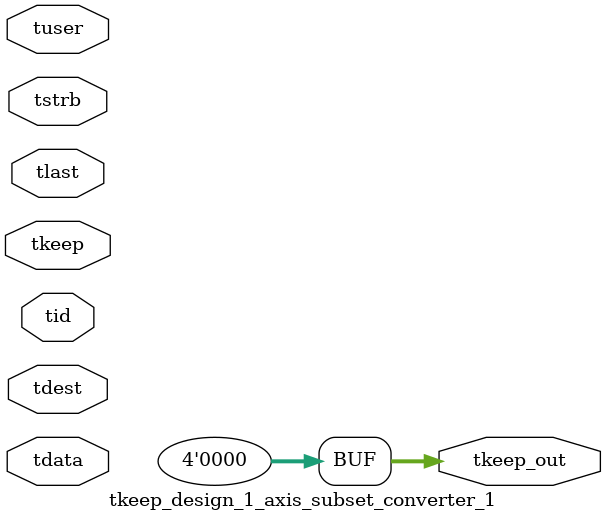
<source format=v>


`timescale 1ps/1ps

module tkeep_design_1_axis_subset_converter_1 #
(
parameter C_S_AXIS_TDATA_WIDTH = 32,
parameter C_S_AXIS_TUSER_WIDTH = 0,
parameter C_S_AXIS_TID_WIDTH   = 0,
parameter C_S_AXIS_TDEST_WIDTH = 0,
parameter C_M_AXIS_TDATA_WIDTH = 32
)
(
input  [(C_S_AXIS_TDATA_WIDTH == 0 ? 1 : C_S_AXIS_TDATA_WIDTH)-1:0     ] tdata,
input  [(C_S_AXIS_TUSER_WIDTH == 0 ? 1 : C_S_AXIS_TUSER_WIDTH)-1:0     ] tuser,
input  [(C_S_AXIS_TID_WIDTH   == 0 ? 1 : C_S_AXIS_TID_WIDTH)-1:0       ] tid,
input  [(C_S_AXIS_TDEST_WIDTH == 0 ? 1 : C_S_AXIS_TDEST_WIDTH)-1:0     ] tdest,
input  [(C_S_AXIS_TDATA_WIDTH/8)-1:0 ] tkeep,
input  [(C_S_AXIS_TDATA_WIDTH/8)-1:0 ] tstrb,
input                                                                    tlast,
output [(C_M_AXIS_TDATA_WIDTH/8)-1:0 ] tkeep_out
);

assign tkeep_out = {1'b0};

endmodule


</source>
